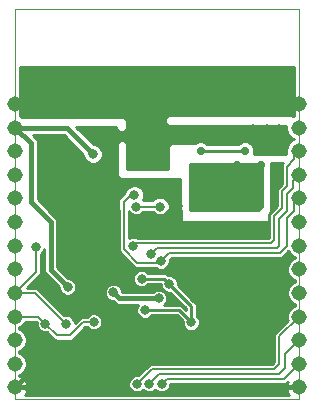
<source format=gbl>
G75*
G70*
%OFA0B0*%
%FSLAX24Y24*%
%IPPOS*%
%LPD*%
%AMOC8*
5,1,8,0,0,1.08239X$1,22.5*
%
%ADD10C,0.0000*%
%ADD11C,0.0515*%
%ADD12C,0.0317*%
%ADD13C,0.0160*%
%ADD14C,0.0100*%
%ADD15C,0.0278*%
%ADD16C,0.0079*%
D10*
X000505Y000937D02*
X000505Y013930D01*
X009954Y013930D01*
X009954Y000937D01*
X000505Y000937D01*
D11*
X000505Y001331D03*
X000505Y002119D03*
X000505Y002906D03*
X000505Y003693D03*
X000505Y004481D03*
X000505Y005268D03*
X000505Y006056D03*
X000505Y006843D03*
X000505Y007630D03*
X000505Y008418D03*
X000505Y009205D03*
X000505Y009993D03*
X000505Y010780D03*
X009954Y010780D03*
X009954Y009993D03*
X009954Y009205D03*
X009954Y008418D03*
X009954Y007630D03*
X009954Y006843D03*
X009954Y006056D03*
X009954Y005268D03*
X009954Y004481D03*
X009954Y003693D03*
X009954Y002906D03*
X009954Y002119D03*
X009954Y001331D03*
D12*
X009442Y001252D03*
X008812Y001252D03*
X008162Y001233D03*
X007552Y001213D03*
X007257Y003201D03*
X006745Y003201D03*
X006371Y003496D03*
X005288Y004304D03*
X005643Y004776D03*
X005367Y005544D03*
X005033Y005780D03*
X004442Y006056D03*
X003792Y005760D03*
X004186Y005229D03*
X004718Y004953D03*
X004107Y003949D03*
X003773Y004500D03*
X003123Y003516D03*
X002198Y003457D03*
X001863Y002788D03*
X001509Y003457D03*
X002257Y004678D03*
X001194Y006016D03*
X002040Y008300D03*
X002139Y009205D03*
X003103Y009107D03*
X003517Y008300D03*
X003832Y007965D03*
X004481Y007748D03*
X004540Y007355D03*
X005328Y007355D03*
X005918Y007374D03*
X005899Y008083D03*
X005210Y008713D03*
X005092Y009520D03*
X004501Y008713D03*
X004048Y010681D03*
X004048Y011272D03*
X004048Y011863D03*
X003458Y011863D03*
X003458Y011272D03*
X003458Y010681D03*
X002867Y010681D03*
X002867Y011272D03*
X002867Y011863D03*
X002277Y011863D03*
X002277Y011272D03*
X002277Y010681D03*
X001686Y010681D03*
X001686Y011272D03*
X001686Y011863D03*
X001096Y011863D03*
X001096Y011272D03*
X001096Y010681D03*
X005643Y010681D03*
X005643Y011272D03*
X005643Y011863D03*
X006233Y011863D03*
X006233Y011272D03*
X006233Y010681D03*
X006824Y010681D03*
X006824Y011272D03*
X006824Y011863D03*
X007414Y011863D03*
X007414Y011272D03*
X007414Y010681D03*
X008005Y010681D03*
X008005Y011272D03*
X008005Y011863D03*
X008596Y011863D03*
X008596Y011272D03*
X008596Y010681D03*
X009186Y011272D03*
X009186Y011863D03*
X009304Y009953D03*
X008911Y009953D03*
X008418Y009953D03*
X006725Y009914D03*
X006194Y009855D03*
X008773Y005485D03*
X009029Y005209D03*
X009166Y003969D03*
X009147Y003398D03*
X005387Y001449D03*
X004974Y001449D03*
X004560Y001449D03*
X003202Y002000D03*
X002729Y001213D03*
X002080Y001233D03*
X001214Y001252D03*
X004836Y003910D03*
D13*
X005288Y004304D02*
X003970Y004304D01*
X003773Y004500D01*
X003123Y004048D02*
X003477Y003693D01*
X003477Y002276D01*
X003202Y002000D01*
X003261Y001941D01*
X003261Y001115D01*
X008950Y001115D01*
X009166Y001331D01*
X009954Y001331D01*
X004029Y008142D02*
X003123Y007237D01*
X003123Y004048D01*
X002257Y004678D02*
X001686Y005248D01*
X001686Y006843D01*
X001017Y007512D01*
X001017Y009481D01*
X000505Y009993D01*
X002218Y009993D01*
X003103Y009107D01*
X001863Y002788D02*
X001863Y002689D01*
X000505Y001331D01*
X000840Y001331D01*
X001056Y001115D01*
X003261Y001115D01*
D14*
X004273Y001392D02*
X004316Y001286D01*
X004397Y001205D01*
X004503Y001162D01*
X004617Y001162D01*
X004723Y001205D01*
X004767Y001249D01*
X004811Y001205D01*
X004916Y001162D01*
X005031Y001162D01*
X005136Y001205D01*
X005180Y001249D01*
X005224Y001205D01*
X005330Y001162D01*
X005444Y001162D01*
X005550Y001205D01*
X005631Y001286D01*
X005674Y001392D01*
X005674Y001458D01*
X009531Y001458D01*
X009592Y001519D01*
X009576Y001488D01*
X009556Y001427D01*
X009546Y001363D01*
X009546Y001360D01*
X009825Y001360D01*
X009825Y001302D01*
X009546Y001302D01*
X009546Y001299D01*
X009556Y001236D01*
X009576Y001175D01*
X009605Y001118D01*
X009643Y001066D01*
X000816Y001066D01*
X000854Y001118D01*
X000883Y001175D01*
X000902Y001236D01*
X000912Y001299D01*
X000912Y001302D01*
X000634Y001302D01*
X000634Y001360D01*
X000912Y001360D01*
X000912Y001363D01*
X000902Y001427D01*
X000883Y001488D01*
X000854Y001545D01*
X000816Y001597D01*
X000770Y001642D01*
X000719Y001680D01*
X000661Y001709D01*
X000634Y001718D01*
X000634Y001754D01*
X000724Y001791D01*
X000832Y001900D01*
X000891Y002042D01*
X000891Y002195D01*
X000832Y002337D01*
X000724Y002446D01*
X000634Y002483D01*
X000634Y002541D01*
X000724Y002578D01*
X000832Y002687D01*
X000891Y002829D01*
X000891Y002983D01*
X000832Y003125D01*
X000724Y003233D01*
X000634Y003271D01*
X000634Y003329D01*
X000724Y003366D01*
X000832Y003475D01*
X000853Y003525D01*
X001203Y003525D01*
X001221Y003507D01*
X001221Y003400D01*
X000758Y003400D01*
X000842Y003498D02*
X001221Y003498D01*
X001221Y003400D02*
X001265Y003294D01*
X001346Y003213D01*
X001452Y003170D01*
X001559Y003170D01*
X001735Y002994D01*
X001833Y002895D01*
X002386Y002895D01*
X002838Y003348D01*
X002885Y003348D01*
X002960Y003272D01*
X003066Y003229D01*
X003180Y003229D01*
X003286Y003272D01*
X003367Y003353D01*
X003411Y003459D01*
X003411Y003573D01*
X003367Y003679D01*
X003286Y003760D01*
X003180Y003804D01*
X003066Y003804D01*
X002960Y003760D01*
X002885Y003684D01*
X002699Y003684D01*
X002485Y003470D01*
X002485Y003514D01*
X002442Y003620D01*
X002361Y003701D01*
X002255Y003745D01*
X002148Y003745D01*
X001342Y004550D01*
X001244Y004649D01*
X000911Y004649D01*
X001264Y005002D01*
X001362Y005100D01*
X001362Y005778D01*
X001438Y005853D01*
X001477Y005949D01*
X001477Y005162D01*
X001969Y004670D01*
X001969Y004620D01*
X002013Y004515D01*
X002094Y004434D01*
X002200Y004390D01*
X002314Y004390D01*
X002420Y004434D01*
X002501Y004515D01*
X002544Y004620D01*
X002544Y004735D01*
X002501Y004840D01*
X002420Y004921D01*
X002314Y004965D01*
X002265Y004965D01*
X001895Y005335D01*
X001895Y006929D01*
X001588Y007237D01*
X003959Y007237D01*
X003959Y005868D01*
X004412Y005415D01*
X004510Y005317D01*
X005188Y005317D01*
X005204Y005300D01*
X005310Y005256D01*
X005424Y005256D01*
X005530Y005300D01*
X005611Y005381D01*
X005655Y005487D01*
X005655Y005593D01*
X005712Y005651D01*
X009394Y005651D01*
X009613Y005870D01*
X009626Y005837D01*
X009735Y005728D01*
X009825Y005691D01*
X009825Y005633D01*
X009735Y005596D01*
X009626Y005487D01*
X009568Y005345D01*
X009568Y005191D01*
X009626Y005049D01*
X009735Y004941D01*
X009825Y004903D01*
X009825Y004845D01*
X009735Y004808D01*
X009626Y004699D01*
X009568Y004558D01*
X009568Y004404D01*
X009626Y004262D01*
X009735Y004153D01*
X009825Y004116D01*
X009825Y004058D01*
X009735Y004021D01*
X009626Y003912D01*
X009568Y003770D01*
X009568Y003616D01*
X009589Y003566D01*
X009136Y003113D01*
X009136Y002188D01*
X009057Y002109D01*
X004983Y002109D01*
X004884Y002011D01*
X004610Y001737D01*
X004503Y001737D01*
X004397Y001693D01*
X004316Y001612D01*
X004273Y001506D01*
X004273Y001392D01*
X004273Y001430D02*
X000901Y001430D01*
X000862Y001528D02*
X004282Y001528D01*
X004331Y001627D02*
X000785Y001627D01*
X000634Y001725D02*
X004476Y001725D01*
X004697Y001824D02*
X000757Y001824D01*
X000842Y001922D02*
X004796Y001922D01*
X004894Y002021D02*
X000883Y002021D01*
X000891Y002119D02*
X009067Y002119D01*
X009136Y002218D02*
X000882Y002218D01*
X000841Y002316D02*
X009136Y002316D01*
X009136Y002415D02*
X000755Y002415D01*
X000634Y002513D02*
X009136Y002513D01*
X009136Y002612D02*
X000757Y002612D01*
X000842Y002710D02*
X009136Y002710D01*
X009136Y002809D02*
X000883Y002809D01*
X000891Y002907D02*
X001821Y002907D01*
X001722Y003006D02*
X000882Y003006D01*
X000841Y003104D02*
X001624Y003104D01*
X001371Y003203D02*
X000754Y003203D01*
X000634Y003301D02*
X001262Y003301D01*
X001902Y003991D02*
X004558Y003991D01*
X004548Y003967D02*
X004548Y003853D01*
X004592Y003747D01*
X004673Y003666D01*
X004779Y003622D01*
X004893Y003622D01*
X004999Y003666D01*
X005064Y003731D01*
X005884Y003731D01*
X006084Y003531D01*
X006084Y003439D01*
X006127Y003334D01*
X006208Y003253D01*
X006314Y003209D01*
X006428Y003209D01*
X006534Y003253D01*
X006615Y003334D01*
X006659Y003439D01*
X006659Y003554D01*
X006615Y003659D01*
X006550Y003724D01*
X006550Y004122D01*
X006445Y004226D01*
X005930Y004741D01*
X005930Y004833D01*
X005887Y004939D01*
X005806Y005020D01*
X005700Y005063D01*
X005608Y005063D01*
X005540Y005132D01*
X004945Y005132D01*
X004880Y005197D01*
X004775Y005241D01*
X004660Y005241D01*
X004555Y005197D01*
X004474Y005116D01*
X004430Y005010D01*
X004430Y004896D01*
X004474Y004790D01*
X004555Y004709D01*
X004660Y004666D01*
X004775Y004666D01*
X004880Y004709D01*
X004945Y004774D01*
X005355Y004774D01*
X005355Y004719D01*
X005399Y004613D01*
X005480Y004532D01*
X005586Y004489D01*
X005677Y004489D01*
X006192Y003974D01*
X006192Y003928D01*
X006032Y004089D01*
X005480Y004089D01*
X005532Y004141D01*
X005576Y004246D01*
X005576Y004361D01*
X005532Y004466D01*
X005451Y004547D01*
X005346Y004591D01*
X005231Y004591D01*
X005126Y004547D01*
X005091Y004512D01*
X004060Y004512D01*
X004060Y004558D01*
X004016Y004663D01*
X003936Y004744D01*
X003830Y004788D01*
X003716Y004788D01*
X003610Y004744D01*
X003529Y004663D01*
X003485Y004558D01*
X003485Y004443D01*
X003529Y004338D01*
X003610Y004257D01*
X003716Y004213D01*
X003765Y004213D01*
X003883Y004095D01*
X004614Y004095D01*
X004592Y004073D01*
X004548Y003967D01*
X004548Y003892D02*
X002000Y003892D01*
X002099Y003794D02*
X003042Y003794D01*
X003204Y003794D02*
X004573Y003794D01*
X004644Y003695D02*
X003350Y003695D01*
X003401Y003597D02*
X006018Y003597D01*
X006084Y003498D02*
X003411Y003498D01*
X003386Y003400D02*
X006100Y003400D01*
X006160Y003301D02*
X003315Y003301D01*
X002931Y003301D02*
X002792Y003301D01*
X002693Y003203D02*
X009226Y003203D01*
X009136Y003104D02*
X002595Y003104D01*
X002496Y003006D02*
X009136Y003006D01*
X009136Y002907D02*
X002398Y002907D01*
X002485Y003498D02*
X002513Y003498D01*
X002451Y003597D02*
X002612Y003597D01*
X002366Y003695D02*
X002896Y003695D01*
X002469Y004483D02*
X003485Y004483D01*
X003495Y004582D02*
X002529Y004582D01*
X002544Y004680D02*
X003546Y004680D01*
X003694Y004779D02*
X002526Y004779D01*
X002464Y004877D02*
X004438Y004877D01*
X004430Y004976D02*
X002254Y004976D01*
X002155Y005074D02*
X004457Y005074D01*
X004531Y005173D02*
X002057Y005173D01*
X001958Y005271D02*
X005273Y005271D01*
X005461Y005271D02*
X009568Y005271D01*
X009575Y005173D02*
X004904Y005173D01*
X004718Y004953D02*
X005466Y004953D01*
X005643Y004776D01*
X006371Y004048D01*
X006371Y003496D01*
X005958Y003910D01*
X004836Y003910D01*
X005028Y003695D02*
X005919Y003695D01*
X006129Y003991D02*
X006175Y003991D01*
X006077Y004089D02*
X005481Y004089D01*
X005552Y004188D02*
X005978Y004188D01*
X005880Y004286D02*
X005576Y004286D01*
X005566Y004385D02*
X005781Y004385D01*
X005683Y004483D02*
X005515Y004483D01*
X005430Y004582D02*
X005368Y004582D01*
X005371Y004680D02*
X004810Y004680D01*
X004625Y004680D02*
X003999Y004680D01*
X004050Y004582D02*
X005209Y004582D01*
X005597Y005074D02*
X009616Y005074D01*
X009700Y004976D02*
X005849Y004976D01*
X005912Y004877D02*
X009825Y004877D01*
X009706Y004779D02*
X005930Y004779D01*
X005991Y004680D02*
X009618Y004680D01*
X009578Y004582D02*
X006090Y004582D01*
X006188Y004483D02*
X009568Y004483D01*
X009575Y004385D02*
X006287Y004385D01*
X006385Y004286D02*
X009616Y004286D01*
X009700Y004188D02*
X006484Y004188D01*
X006550Y004089D02*
X009825Y004089D01*
X009705Y003991D02*
X006550Y003991D01*
X006550Y003892D02*
X009618Y003892D01*
X009577Y003794D02*
X006550Y003794D01*
X006579Y003695D02*
X009568Y003695D01*
X009576Y003597D02*
X006641Y003597D01*
X006659Y003498D02*
X009521Y003498D01*
X009423Y003400D02*
X006642Y003400D01*
X006583Y003301D02*
X009324Y003301D01*
X009557Y001430D02*
X005674Y001430D01*
X005649Y001331D02*
X009825Y001331D01*
X009557Y001233D02*
X005577Y001233D01*
X005197Y001233D02*
X005164Y001233D01*
X004783Y001233D02*
X004750Y001233D01*
X004370Y001233D02*
X000902Y001233D01*
X000862Y001134D02*
X009597Y001134D01*
X009578Y005370D02*
X005600Y005370D01*
X005647Y005468D02*
X009619Y005468D01*
X009706Y005567D02*
X005655Y005567D01*
X006017Y006843D02*
X008950Y006843D01*
X008950Y007087D01*
X009039Y007177D01*
X009039Y008811D01*
X009440Y008811D01*
X009392Y008763D01*
X009392Y008113D01*
X009235Y007956D01*
X009235Y007365D01*
X009077Y007208D01*
X008979Y007109D01*
X008979Y006302D01*
X004597Y006302D01*
X004499Y006343D01*
X004385Y006343D01*
X004295Y006306D01*
X004295Y007196D01*
X004297Y007192D01*
X004378Y007111D01*
X004483Y007067D01*
X004598Y007067D01*
X004703Y007111D01*
X004779Y007187D01*
X005089Y007187D01*
X005165Y007111D01*
X005271Y007067D01*
X005385Y007067D01*
X005491Y007111D01*
X005572Y007192D01*
X005590Y007237D01*
X006017Y007237D01*
X006017Y006843D01*
X006017Y006847D02*
X004295Y006847D01*
X004295Y006749D02*
X008979Y006749D01*
X008979Y006847D02*
X008950Y006847D01*
X008950Y006946D02*
X008979Y006946D01*
X008979Y007044D02*
X008950Y007044D01*
X009006Y007143D02*
X009012Y007143D01*
X009039Y007241D02*
X009111Y007241D01*
X009157Y007344D02*
X009157Y008781D01*
X009354Y008781D01*
X009353Y008779D01*
X009353Y008130D01*
X009195Y007972D01*
X009195Y007382D01*
X009157Y007344D01*
X009209Y007340D02*
X009039Y007340D01*
X009039Y007438D02*
X009235Y007438D01*
X009195Y007438D02*
X009157Y007438D01*
X009157Y007537D02*
X009195Y007537D01*
X009235Y007537D02*
X009039Y007537D01*
X009039Y007635D02*
X009235Y007635D01*
X009195Y007635D02*
X009157Y007635D01*
X009157Y007734D02*
X009195Y007734D01*
X009235Y007734D02*
X009039Y007734D01*
X009039Y007832D02*
X009235Y007832D01*
X009195Y007832D02*
X009157Y007832D01*
X009157Y007931D02*
X009195Y007931D01*
X009235Y007931D02*
X009039Y007931D01*
X009039Y008029D02*
X009308Y008029D01*
X009252Y008029D02*
X009157Y008029D01*
X009157Y008128D02*
X009351Y008128D01*
X009392Y008128D02*
X009039Y008128D01*
X009039Y008226D02*
X009392Y008226D01*
X009353Y008226D02*
X009157Y008226D01*
X009157Y008325D02*
X009353Y008325D01*
X009392Y008325D02*
X009039Y008325D01*
X009039Y008423D02*
X009392Y008423D01*
X009353Y008423D02*
X009157Y008423D01*
X009157Y008522D02*
X009353Y008522D01*
X009392Y008522D02*
X009039Y008522D01*
X009039Y008620D02*
X009392Y008620D01*
X009353Y008620D02*
X009157Y008620D01*
X009157Y008719D02*
X009353Y008719D01*
X009392Y008719D02*
X009039Y008719D01*
X008723Y008719D02*
X006342Y008719D01*
X006342Y008781D02*
X008723Y008781D01*
X008723Y007346D01*
X008614Y007237D01*
X006342Y007237D01*
X006342Y008781D01*
X006342Y008620D02*
X008723Y008620D01*
X008723Y008522D02*
X006342Y008522D01*
X006342Y008423D02*
X008723Y008423D01*
X008723Y008325D02*
X006342Y008325D01*
X006342Y008226D02*
X008723Y008226D01*
X008723Y008128D02*
X006342Y008128D01*
X006342Y008029D02*
X008723Y008029D01*
X008723Y007931D02*
X006342Y007931D01*
X006342Y007832D02*
X008723Y007832D01*
X008723Y007734D02*
X006342Y007734D01*
X006342Y007635D02*
X008723Y007635D01*
X008723Y007537D02*
X006342Y007537D01*
X006342Y007438D02*
X008723Y007438D01*
X008717Y007340D02*
X006342Y007340D01*
X006342Y007241D02*
X008619Y007241D01*
X008979Y006650D02*
X004295Y006650D01*
X004295Y006552D02*
X008979Y006552D01*
X008979Y006453D02*
X004295Y006453D01*
X004295Y006355D02*
X008979Y006355D01*
X009506Y005764D02*
X009699Y005764D01*
X009616Y005862D02*
X009605Y005862D01*
X009408Y005665D02*
X009825Y005665D01*
X009530Y009117D02*
X008450Y009117D01*
X008470Y009164D01*
X008470Y009286D01*
X008423Y009399D01*
X008336Y009485D01*
X008224Y009532D01*
X008101Y009532D01*
X007988Y009485D01*
X007946Y009443D01*
X006902Y009443D01*
X006860Y009485D01*
X006747Y009532D01*
X006625Y009532D01*
X006512Y009485D01*
X006499Y009472D01*
X006380Y009472D01*
X005691Y009472D01*
X005593Y009373D01*
X005593Y008606D01*
X004236Y008606D01*
X004236Y009472D01*
X004138Y009570D01*
X003998Y009570D01*
X003900Y009472D01*
X003900Y008368D01*
X003998Y008269D01*
X006006Y008269D01*
X006006Y007237D01*
X005633Y007237D01*
X005655Y007290D01*
X005655Y007420D01*
X005605Y007540D01*
X005513Y007632D01*
X005393Y007682D01*
X005263Y007682D01*
X005143Y007632D01*
X005073Y007562D01*
X004795Y007562D01*
X004769Y007588D01*
X004808Y007683D01*
X004808Y007813D01*
X004758Y007934D01*
X004667Y008026D01*
X004546Y008075D01*
X004416Y008075D01*
X004296Y008026D01*
X004204Y007934D01*
X004168Y007847D01*
X004041Y007720D01*
X003920Y007598D01*
X003920Y007237D01*
X001643Y007237D01*
X001265Y007615D01*
X001265Y009530D01*
X001227Y009621D01*
X001104Y009744D01*
X002115Y009744D01*
X002777Y009083D01*
X002777Y009042D01*
X002826Y008922D01*
X002918Y008830D01*
X003038Y008780D01*
X003168Y008780D01*
X003289Y008830D01*
X003381Y008922D01*
X003430Y009042D01*
X003430Y009172D01*
X003381Y009292D01*
X003289Y009384D01*
X003168Y009434D01*
X003127Y009434D01*
X002540Y010021D01*
X003880Y010021D01*
X003880Y009943D01*
X003979Y009844D01*
X004118Y009844D01*
X004216Y009943D01*
X004216Y010259D01*
X004118Y010357D01*
X000770Y010357D01*
X000756Y010343D01*
X000746Y010353D01*
X000673Y010384D01*
X000673Y012000D01*
X009786Y012000D01*
X009786Y010384D01*
X009768Y010376D01*
X009748Y010397D01*
X005613Y010397D01*
X005514Y010298D01*
X005514Y010159D01*
X005613Y010061D01*
X009528Y010061D01*
X009528Y009908D01*
X009593Y009751D01*
X009713Y009632D01*
X009786Y009601D01*
X009786Y009596D01*
X009713Y009566D01*
X009593Y009446D01*
X009528Y009290D01*
X009528Y009120D01*
X009530Y009117D01*
X009528Y009211D02*
X008470Y009211D01*
X008460Y009310D02*
X009537Y009310D01*
X009577Y009408D02*
X008413Y009408D01*
X008284Y009507D02*
X009654Y009507D01*
X009776Y009605D02*
X002956Y009605D01*
X003054Y009507D02*
X003935Y009507D01*
X003900Y009408D02*
X003229Y009408D01*
X003362Y009310D02*
X003900Y009310D01*
X003900Y009211D02*
X003414Y009211D01*
X003430Y009113D02*
X003900Y009113D01*
X003900Y009014D02*
X003419Y009014D01*
X003375Y008916D02*
X003900Y008916D01*
X003900Y008817D02*
X003259Y008817D01*
X002948Y008817D02*
X001265Y008817D01*
X001265Y008719D02*
X003900Y008719D01*
X003900Y008620D02*
X001265Y008620D01*
X001265Y008522D02*
X003900Y008522D01*
X003900Y008423D02*
X001265Y008423D01*
X001265Y008325D02*
X003943Y008325D01*
X004236Y008620D02*
X005593Y008620D01*
X005593Y008719D02*
X004236Y008719D01*
X004236Y008817D02*
X005593Y008817D01*
X005593Y008916D02*
X004236Y008916D01*
X004236Y009014D02*
X005593Y009014D01*
X005593Y009113D02*
X004236Y009113D01*
X004236Y009211D02*
X005593Y009211D01*
X005593Y009310D02*
X004236Y009310D01*
X004236Y009408D02*
X005628Y009408D01*
X005575Y010098D02*
X004216Y010098D01*
X004216Y010196D02*
X005514Y010196D01*
X005514Y010295D02*
X004180Y010295D01*
X004216Y009999D02*
X009528Y009999D01*
X009531Y009901D02*
X004175Y009901D01*
X003922Y009901D02*
X002660Y009901D01*
X002562Y009999D02*
X003880Y009999D01*
X004201Y009507D02*
X006565Y009507D01*
X006686Y009225D02*
X008162Y009225D01*
X008041Y009507D02*
X006808Y009507D01*
X006006Y008226D02*
X001265Y008226D01*
X001265Y008128D02*
X006006Y008128D01*
X006006Y008029D02*
X004657Y008029D01*
X004760Y007931D02*
X006006Y007931D01*
X006006Y007832D02*
X004800Y007832D01*
X004808Y007734D02*
X006006Y007734D01*
X006006Y007635D02*
X005504Y007635D01*
X005606Y007537D02*
X006006Y007537D01*
X006006Y007438D02*
X005647Y007438D01*
X005655Y007340D02*
X006006Y007340D01*
X006006Y007241D02*
X005635Y007241D01*
X005523Y007143D02*
X006017Y007143D01*
X006017Y007044D02*
X004295Y007044D01*
X004295Y006946D02*
X006017Y006946D01*
X005133Y007143D02*
X004735Y007143D01*
X004346Y007143D02*
X004295Y007143D01*
X003959Y007143D02*
X001681Y007143D01*
X001638Y007241D02*
X003920Y007241D01*
X003920Y007340D02*
X001540Y007340D01*
X001441Y007438D02*
X003920Y007438D01*
X003920Y007537D02*
X001343Y007537D01*
X001265Y007635D02*
X003957Y007635D01*
X004041Y007720D02*
X004041Y007720D01*
X004055Y007734D02*
X001265Y007734D01*
X001265Y007832D02*
X004154Y007832D01*
X004203Y007931D02*
X001265Y007931D01*
X001265Y008029D02*
X004306Y008029D01*
X004788Y007635D02*
X005151Y007635D01*
X003959Y007044D02*
X001780Y007044D01*
X001878Y006946D02*
X003959Y006946D01*
X003959Y006847D02*
X001895Y006847D01*
X001895Y006749D02*
X003959Y006749D01*
X003959Y006650D02*
X001895Y006650D01*
X001895Y006552D02*
X003959Y006552D01*
X003959Y006453D02*
X001895Y006453D01*
X001895Y006355D02*
X003959Y006355D01*
X003959Y006256D02*
X001895Y006256D01*
X001895Y006158D02*
X003959Y006158D01*
X003959Y006059D02*
X001895Y006059D01*
X001895Y005961D02*
X003959Y005961D01*
X003964Y005862D02*
X001895Y005862D01*
X001895Y005764D02*
X004063Y005764D01*
X004161Y005665D02*
X001895Y005665D01*
X001895Y005567D02*
X004260Y005567D01*
X004358Y005468D02*
X001895Y005468D01*
X001895Y005370D02*
X004457Y005370D01*
X004485Y004779D02*
X003852Y004779D01*
X003509Y004385D02*
X001508Y004385D01*
X001606Y004286D02*
X003580Y004286D01*
X003790Y004188D02*
X001705Y004188D01*
X001803Y004089D02*
X004609Y004089D01*
X004107Y003949D02*
X003733Y003949D01*
X003477Y003693D01*
X002045Y004483D02*
X001409Y004483D01*
X001311Y004582D02*
X001985Y004582D01*
X001959Y004680D02*
X000942Y004680D01*
X001041Y004779D02*
X001860Y004779D01*
X001762Y004877D02*
X001139Y004877D01*
X001238Y004976D02*
X001663Y004976D01*
X001565Y005074D02*
X001336Y005074D01*
X001362Y005173D02*
X001477Y005173D01*
X001477Y005271D02*
X001362Y005271D01*
X001362Y005370D02*
X001477Y005370D01*
X001477Y005468D02*
X001362Y005468D01*
X001362Y005567D02*
X001477Y005567D01*
X001477Y005665D02*
X001362Y005665D01*
X001362Y005764D02*
X001477Y005764D01*
X001477Y005862D02*
X001441Y005862D01*
X001265Y008916D02*
X002832Y008916D01*
X002788Y009014D02*
X001265Y009014D01*
X001265Y009113D02*
X002746Y009113D01*
X002648Y009211D02*
X001265Y009211D01*
X001265Y009310D02*
X002549Y009310D01*
X002451Y009408D02*
X001265Y009408D01*
X001265Y009507D02*
X002352Y009507D01*
X002254Y009605D02*
X001234Y009605D01*
X001144Y009704D02*
X002155Y009704D01*
X002759Y009802D02*
X009572Y009802D01*
X009641Y009704D02*
X002857Y009704D01*
X000673Y010393D02*
X005609Y010393D01*
X009751Y010393D02*
X009786Y010393D01*
X009786Y010492D02*
X000673Y010492D01*
X000673Y010590D02*
X009786Y010590D01*
X009786Y010689D02*
X000673Y010689D01*
X000673Y010787D02*
X009786Y010787D01*
X009786Y010886D02*
X000673Y010886D01*
X000673Y010984D02*
X009786Y010984D01*
X009786Y011083D02*
X000673Y011083D01*
X000673Y011181D02*
X009786Y011181D01*
X009786Y011280D02*
X000673Y011280D01*
X000673Y011378D02*
X009786Y011378D01*
X009786Y011477D02*
X000673Y011477D01*
X000673Y011575D02*
X009786Y011575D01*
X009786Y011674D02*
X000673Y011674D01*
X000673Y011772D02*
X009786Y011772D01*
X009786Y011871D02*
X000673Y011871D01*
X000673Y011969D02*
X009786Y011969D01*
X004298Y001331D02*
X000634Y001331D01*
D15*
X002021Y008738D03*
X006194Y006749D03*
X007060Y006749D03*
X006499Y008373D03*
X006686Y009225D03*
X007887Y008757D03*
X008162Y009225D03*
X008694Y008757D03*
X009186Y008659D03*
X009137Y007576D03*
X008438Y007340D03*
X008792Y006671D03*
D16*
X009147Y007040D02*
X009147Y006233D01*
X009048Y006134D01*
X004521Y006134D01*
X004442Y006056D01*
X004127Y005937D02*
X004580Y005485D01*
X005308Y005485D01*
X005367Y005544D01*
X005643Y005819D01*
X009324Y005819D01*
X009560Y006056D01*
X009560Y006981D01*
X009796Y007217D01*
X009796Y007473D01*
X009954Y007630D01*
X009757Y007985D02*
X009757Y008221D01*
X009954Y008418D01*
X009560Y008693D02*
X009796Y008930D01*
X009796Y009048D01*
X009954Y009205D01*
X009560Y008693D02*
X009560Y008044D01*
X009403Y007886D01*
X009403Y007296D01*
X009147Y007040D01*
X009304Y006961D02*
X009304Y006036D01*
X009245Y005977D01*
X005229Y005977D01*
X005033Y005780D01*
X004127Y005937D02*
X004127Y007512D01*
X004363Y007748D01*
X004481Y007748D01*
X004540Y007355D02*
X005328Y007355D01*
X003123Y003516D02*
X002769Y003516D01*
X002316Y003063D01*
X001903Y003063D01*
X001509Y003457D01*
X001273Y003693D01*
X000505Y003693D01*
X000505Y004481D02*
X001194Y005170D01*
X001194Y006016D01*
X001174Y004481D02*
X000505Y004481D01*
X001174Y004481D02*
X002198Y003457D01*
X004560Y001449D02*
X005052Y001941D01*
X009127Y001941D01*
X009304Y002119D01*
X009304Y003044D01*
X009954Y003693D01*
X009954Y002906D02*
X009501Y002453D01*
X009501Y001981D01*
X009304Y001784D01*
X005308Y001784D01*
X004974Y001449D01*
X005387Y001449D02*
X005564Y001626D01*
X009462Y001626D01*
X009954Y002119D01*
X009304Y006961D02*
X009560Y007217D01*
X009560Y007788D01*
X009757Y007985D01*
M02*

</source>
